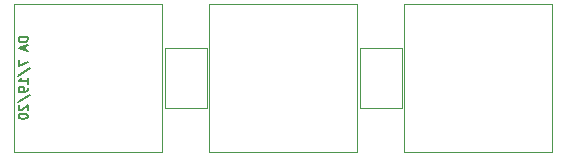
<source format=gbr>
G04 #@! TF.GenerationSoftware,KiCad,Pcbnew,(5.1.4)-1*
G04 #@! TF.CreationDate,2020-08-09T23:36:34-07:00*
G04 #@! TF.ProjectId,SkateLightLEDBoard,536b6174-654c-4696-9768-744c4544426f,rev?*
G04 #@! TF.SameCoordinates,Original*
G04 #@! TF.FileFunction,Legend,Bot*
G04 #@! TF.FilePolarity,Positive*
%FSLAX46Y46*%
G04 Gerber Fmt 4.6, Leading zero omitted, Abs format (unit mm)*
G04 Created by KiCad (PCBNEW (5.1.4)-1) date 2020-08-09 23:36:34*
%MOMM*%
%LPD*%
G04 APERTURE LIST*
%ADD10C,0.127000*%
%ADD11C,0.120000*%
G04 APERTURE END LIST*
D10*
X-21626285Y3429000D02*
X-22388285Y3429000D01*
X-22388285Y3247571D01*
X-22352000Y3138714D01*
X-22279428Y3066142D01*
X-22206857Y3029857D01*
X-22061714Y2993571D01*
X-21952857Y2993571D01*
X-21807714Y3029857D01*
X-21735142Y3066142D01*
X-21662571Y3138714D01*
X-21626285Y3247571D01*
X-21626285Y3429000D01*
X-21844000Y2703285D02*
X-21844000Y2340428D01*
X-21626285Y2775857D02*
X-22388285Y2521857D01*
X-21626285Y2267857D01*
X-22388285Y1505857D02*
X-22388285Y997857D01*
X-21626285Y1324428D01*
X-22424571Y163285D02*
X-21444857Y816428D01*
X-21626285Y-489857D02*
X-21626285Y-54428D01*
X-21626285Y-272142D02*
X-22388285Y-272142D01*
X-22279428Y-199571D01*
X-22206857Y-126999D01*
X-22170571Y-54428D01*
X-21626285Y-852714D02*
X-21626285Y-997857D01*
X-21662571Y-1070428D01*
X-21698857Y-1106714D01*
X-21807714Y-1179285D01*
X-21952857Y-1215571D01*
X-22243142Y-1215571D01*
X-22315714Y-1179285D01*
X-22352000Y-1143000D01*
X-22388285Y-1070428D01*
X-22388285Y-925285D01*
X-22352000Y-852714D01*
X-22315714Y-816428D01*
X-22243142Y-780142D01*
X-22061714Y-780142D01*
X-21989142Y-816428D01*
X-21952857Y-852714D01*
X-21916571Y-925285D01*
X-21916571Y-1070428D01*
X-21952857Y-1143000D01*
X-21989142Y-1179285D01*
X-22061714Y-1215571D01*
X-22424571Y-2086428D02*
X-21444857Y-1433285D01*
X-22315714Y-2304142D02*
X-22352000Y-2340428D01*
X-22388285Y-2413000D01*
X-22388285Y-2594428D01*
X-22352000Y-2667000D01*
X-22315714Y-2703285D01*
X-22243142Y-2739571D01*
X-22170571Y-2739571D01*
X-22061714Y-2703285D01*
X-21626285Y-2267857D01*
X-21626285Y-2739571D01*
X-22388285Y-3211285D02*
X-22388285Y-3283857D01*
X-22352000Y-3356428D01*
X-22315714Y-3392714D01*
X-22243142Y-3429000D01*
X-22098000Y-3465285D01*
X-21916571Y-3465285D01*
X-21771428Y-3429000D01*
X-21698857Y-3392714D01*
X-21662571Y-3356428D01*
X-21626285Y-3283857D01*
X-21626285Y-3211285D01*
X-21662571Y-3138714D01*
X-21698857Y-3102428D01*
X-21771428Y-3066142D01*
X-21916571Y-3029857D01*
X-22098000Y-3029857D01*
X-22243142Y-3066142D01*
X-22315714Y-3102428D01*
X-22352000Y-3138714D01*
X-22388285Y-3211285D01*
D11*
X-10260000Y6250000D02*
X-10260000Y-6250000D01*
X-22760000Y6250000D02*
X-10260000Y6250000D01*
X-22760000Y-6250000D02*
X-22760000Y6250000D01*
X-10260000Y-6250000D02*
X-22760000Y-6250000D01*
X6250000Y-6250000D02*
X-6250000Y-6250000D01*
X6250000Y6250000D02*
X6250000Y-6250000D01*
X-6250000Y6250000D02*
X6250000Y6250000D01*
X-6250000Y-6250000D02*
X-6250000Y6250000D01*
X22760000Y-6250000D02*
X10260000Y-6250000D01*
X10260000Y-6250000D02*
X10260000Y6250000D01*
X10260000Y6250000D02*
X22760000Y6250000D01*
X22760000Y6250000D02*
X22760000Y-6250000D01*
X10033000Y-2540000D02*
X10033000Y2540000D01*
X6477000Y-2540000D02*
X10033000Y-2540000D01*
X6477000Y2540000D02*
X6477000Y-2540000D01*
X10033000Y2540000D02*
X6477000Y2540000D01*
X-6477000Y-2540000D02*
X-6477000Y2540000D01*
X-10033000Y-2540000D02*
X-6477000Y-2540000D01*
X-10033000Y2540000D02*
X-10033000Y-2540000D01*
X-6477000Y2540000D02*
X-10033000Y2540000D01*
M02*

</source>
